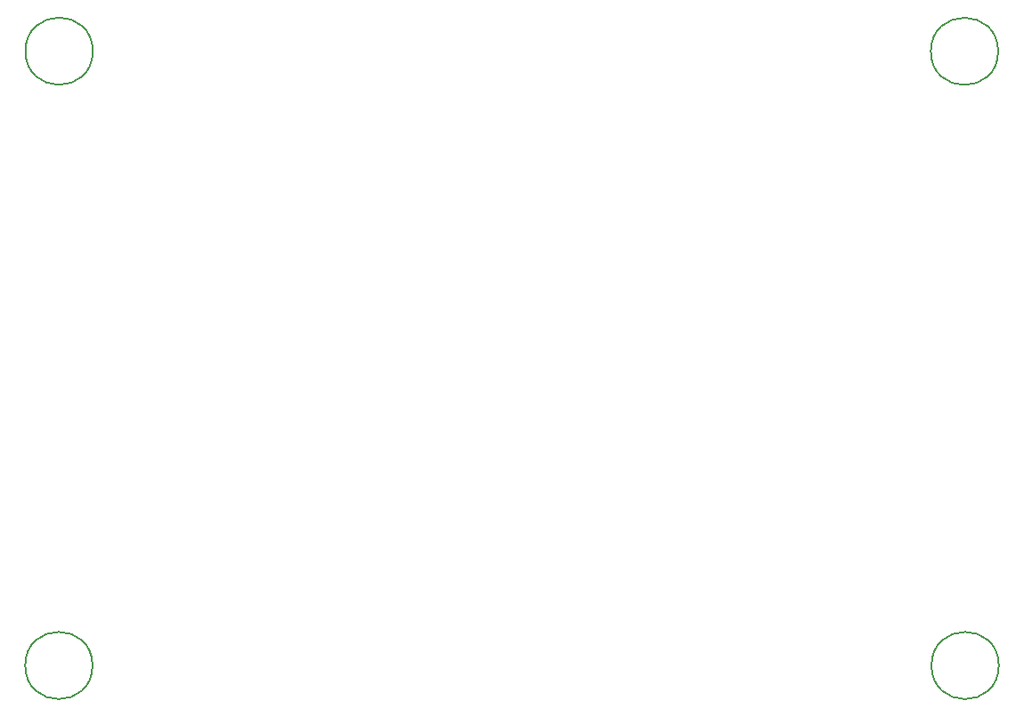
<source format=gbr>
%TF.GenerationSoftware,KiCad,Pcbnew,8.0.0~rc3-9622918c31~176~ubuntu22.04.1*%
%TF.CreationDate,2024-02-20T19:33:40+05:30*%
%TF.ProjectId,digital-amp,64696769-7461-46c2-9d61-6d702e6b6963,rev?*%
%TF.SameCoordinates,Original*%
%TF.FileFunction,Other,Comment*%
%FSLAX46Y46*%
G04 Gerber Fmt 4.6, Leading zero omitted, Abs format (unit mm)*
G04 Created by KiCad (PCBNEW 8.0.0~rc3-9622918c31~176~ubuntu22.04.1) date 2024-02-20 19:33:40*
%MOMM*%
%LPD*%
G01*
G04 APERTURE LIST*
%ADD10C,0.150000*%
G04 APERTURE END LIST*
D10*
%TO.C,H1*%
X-25120000Y5580000D02*
G75*
G02*
X-31520000Y5580000I-3200000J0D01*
G01*
X-31520000Y5580000D02*
G75*
G02*
X-25120000Y5580000I3200000J0D01*
G01*
%TO.C,H4*%
X61027056Y-52887056D02*
G75*
G02*
X54627056Y-52887056I-3200000J0D01*
G01*
X54627056Y-52887056D02*
G75*
G02*
X61027056Y-52887056I3200000J0D01*
G01*
%TO.C,H2*%
X60967056Y5567056D02*
G75*
G02*
X54567056Y5567056I-3200000J0D01*
G01*
X54567056Y5567056D02*
G75*
G02*
X60967056Y5567056I3200000J0D01*
G01*
%TO.C,H3*%
X-25147056Y-52882944D02*
G75*
G02*
X-31547056Y-52882944I-3200000J0D01*
G01*
X-31547056Y-52882944D02*
G75*
G02*
X-25147056Y-52882944I3200000J0D01*
G01*
%TD*%
M02*

</source>
